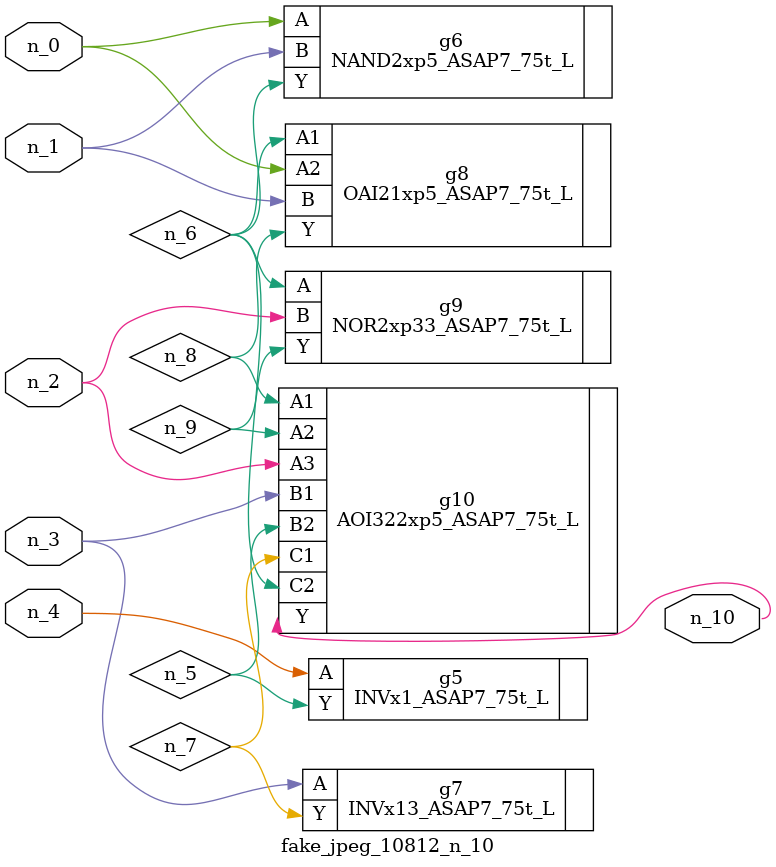
<source format=v>
module fake_jpeg_10812_n_10 (n_3, n_2, n_1, n_0, n_4, n_10);

input n_3;
input n_2;
input n_1;
input n_0;
input n_4;

output n_10;

wire n_8;
wire n_9;
wire n_6;
wire n_5;
wire n_7;

INVx1_ASAP7_75t_L g5 ( 
.A(n_4),
.Y(n_5)
);

NAND2xp5_ASAP7_75t_L g6 ( 
.A(n_0),
.B(n_1),
.Y(n_6)
);

INVx13_ASAP7_75t_L g7 ( 
.A(n_3),
.Y(n_7)
);

OAI21xp5_ASAP7_75t_L g8 ( 
.A1(n_6),
.A2(n_0),
.B(n_1),
.Y(n_8)
);

AOI322xp5_ASAP7_75t_L g10 ( 
.A1(n_8),
.A2(n_9),
.A3(n_2),
.B1(n_3),
.B2(n_5),
.C1(n_7),
.C2(n_6),
.Y(n_10)
);

NOR2xp33_ASAP7_75t_L g9 ( 
.A(n_6),
.B(n_2),
.Y(n_9)
);


endmodule
</source>
